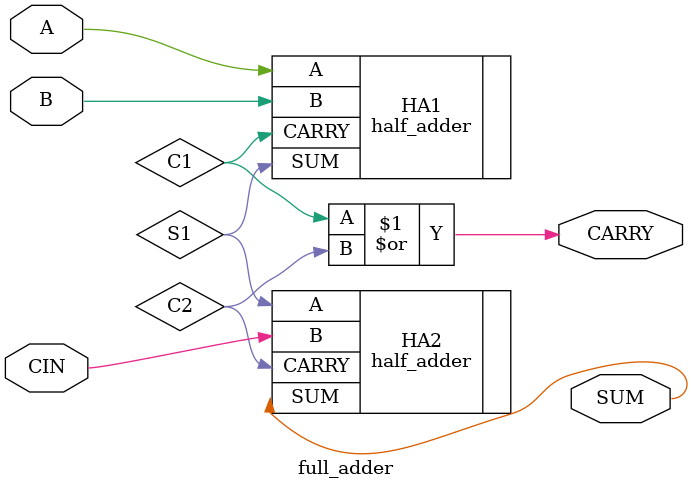
<source format=v>
`timescale 1ns / 1ps
module full_adder(
    input A,
    input B,
    input CIN,
    output SUM,
    output CARRY
    );
    
    wire S1, C1, C2; // Internal wires
    
    half_adder HA1(.A(A), .B(B), .SUM(S1), .CARRY(C1));
    half_adder HA2(.A(S1), .B(CIN), .SUM(SUM), .CARRY(C2));
    
    assign CARRY = C1 | C2;
    
endmodule
</source>
